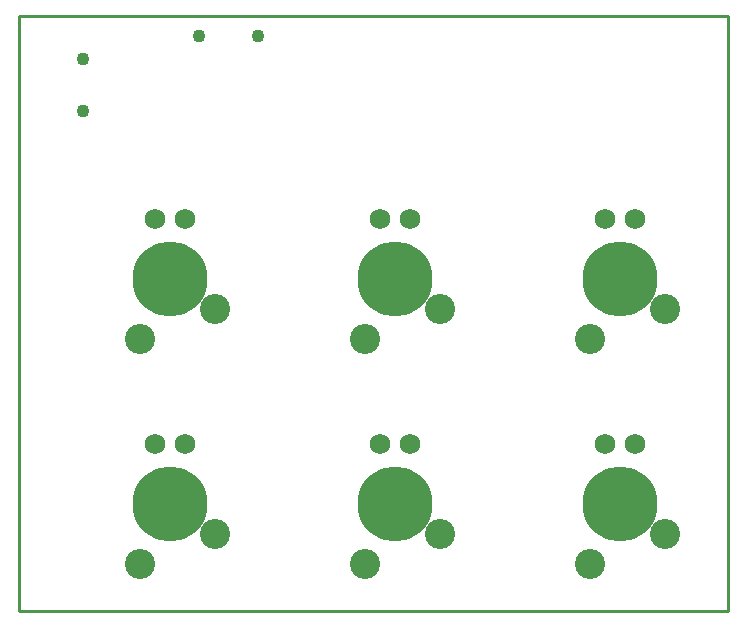
<source format=gbs>
G04*
G04 #@! TF.GenerationSoftware,Altium Limited,Altium Designer,19.0.15 (446)*
G04*
G04 Layer_Color=16711935*
%FSLAX44Y44*%
%MOMM*%
G71*
G01*
G75*
%ADD16C,0.2540*%
%ADD54C,1.1032*%
%ADD55C,1.7272*%
%ADD56C,6.3532*%
%ADD57C,2.5532*%
D16*
X-0Y0D02*
X600000D01*
Y-503500D02*
Y0D01*
X-0Y-503500D02*
X600000D01*
X-0D02*
Y0D01*
D54*
X152500Y-17000D02*
D03*
X202500D02*
D03*
X53750Y-36500D02*
D03*
Y-80500D02*
D03*
D55*
X140000Y-171950D02*
D03*
X114600D02*
D03*
X305100Y-171700D02*
D03*
X330500D02*
D03*
X521001D02*
D03*
X495601D02*
D03*
X114600Y-362450D02*
D03*
X140000D02*
D03*
X520890Y-362500D02*
D03*
X495490D02*
D03*
X304990D02*
D03*
X330390D02*
D03*
D56*
X127301Y-222750D02*
D03*
X317801Y-222500D02*
D03*
X508301D02*
D03*
X127301Y-413250D02*
D03*
X508190Y-413300D02*
D03*
X317690D02*
D03*
D57*
X101901Y-273550D02*
D03*
X165401Y-248150D02*
D03*
X355900Y-247900D02*
D03*
X292400Y-273300D02*
D03*
X482901D02*
D03*
X546400Y-247900D02*
D03*
X165401Y-438650D02*
D03*
X101901Y-464050D02*
D03*
X482790Y-464100D02*
D03*
X546290Y-438700D02*
D03*
X355790D02*
D03*
X292290Y-464100D02*
D03*
M02*

</source>
